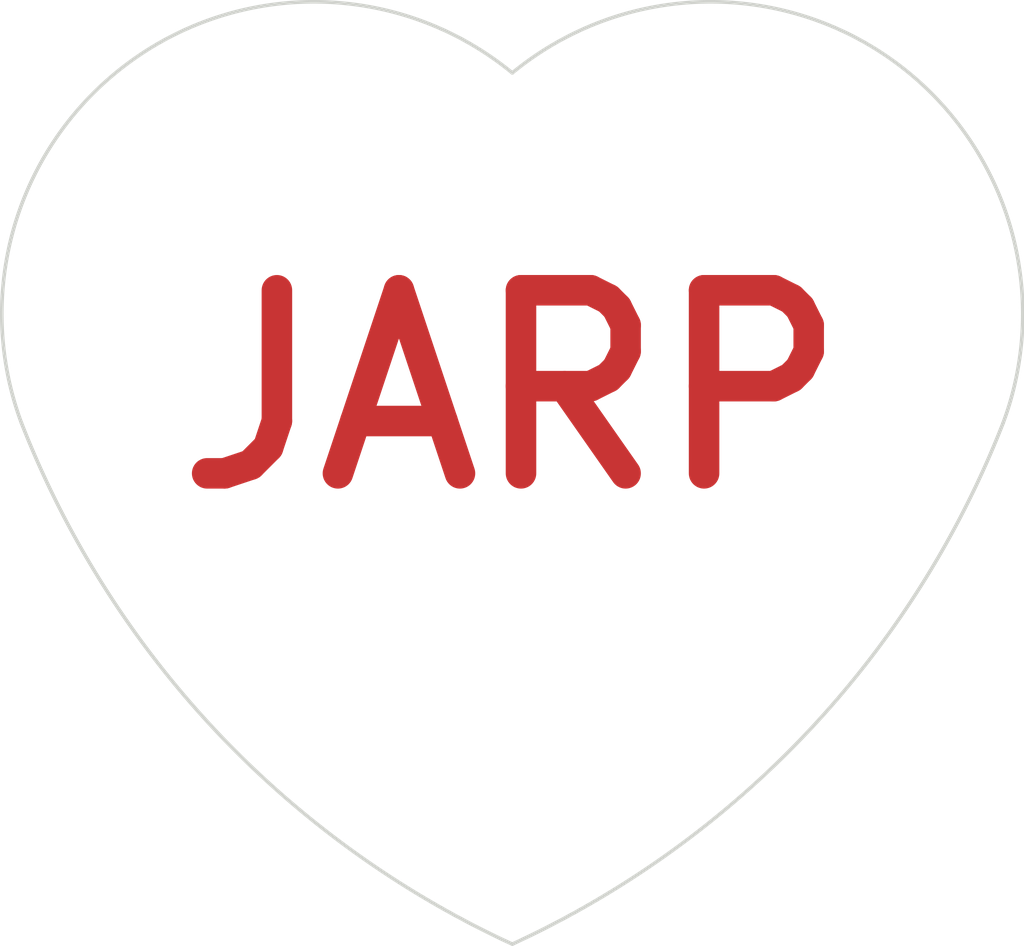
<source format=kicad_pcb>
(kicad_pcb (version 20171130) (host pcbnew "(5.1.5)-3")

  (general
    (thickness 1.6)
    (drawings 5)
    (tracks 0)
    (zones 0)
    (modules 0)
    (nets 1)
  )

  (page A4)
  (layers
    (0 F.Cu signal)
    (31 B.Cu signal)
    (32 B.Adhes user)
    (33 F.Adhes user)
    (34 B.Paste user)
    (35 F.Paste user)
    (36 B.SilkS user)
    (37 F.SilkS user)
    (38 B.Mask user)
    (39 F.Mask user)
    (40 Dwgs.User user)
    (41 Cmts.User user)
    (42 Eco1.User user)
    (43 Eco2.User user)
    (44 Edge.Cuts user)
    (45 Margin user)
    (46 B.CrtYd user)
    (47 F.CrtYd user)
    (48 B.Fab user)
    (49 F.Fab user)
  )

  (setup
    (last_trace_width 0.25)
    (trace_clearance 0.2)
    (zone_clearance 0.508)
    (zone_45_only no)
    (trace_min 0.2)
    (via_size 0.8)
    (via_drill 0.4)
    (via_min_size 0.4)
    (via_min_drill 0.3)
    (uvia_size 0.3)
    (uvia_drill 0.1)
    (uvias_allowed no)
    (uvia_min_size 0.2)
    (uvia_min_drill 0.1)
    (edge_width 0.05)
    (segment_width 0.2)
    (pcb_text_width 0.3)
    (pcb_text_size 1.5 1.5)
    (mod_edge_width 0.12)
    (mod_text_size 1 1)
    (mod_text_width 0.15)
    (pad_size 1.524 1.524)
    (pad_drill 0.762)
    (pad_to_mask_clearance 0.2)
    (aux_axis_origin 0 0)
    (grid_origin 202.184 62.484)
    (visible_elements 7FFFFFFF)
    (pcbplotparams
      (layerselection 0x01000_7fffffff)
      (usegerberextensions false)
      (usegerberattributes false)
      (usegerberadvancedattributes false)
      (creategerberjobfile false)
      (excludeedgelayer true)
      (linewidth 0.127000)
      (plotframeref false)
      (viasonmask false)
      (mode 1)
      (useauxorigin false)
      (hpglpennumber 1)
      (hpglpenspeed 20)
      (hpglpendiameter 15.000000)
      (psnegative false)
      (psa4output false)
      (plotreference true)
      (plotvalue true)
      (plotinvisibletext false)
      (padsonsilk false)
      (subtractmaskfromsilk false)
      (outputformat 1)
      (mirror false)
      (drillshape 0)
      (scaleselection 1)
      (outputdirectory "./"))
  )

  (net 0 "")

  (net_class Default "This is the default net class."
    (clearance 0.2)
    (trace_width 0.25)
    (via_dia 0.8)
    (via_drill 0.4)
    (uvia_dia 0.3)
    (uvia_drill 0.1)
  )

  (gr_arc (start 177.292 66.294) (end 140.227255 80.742069) (angle -43.98314235) (layer Edge.Cuts) (width 0.15) (tstamp 5E461F6A))
  (gr_arc (start 144.018 66.294) (end 181.082745 80.742069) (angle 43.98132865) (layer Edge.Cuts) (width 0.15) (tstamp 5E461EF2))
  (gr_arc (start 168.91 76.2) (end 160.655 66.167) (angle 149.9093018) (layer Edge.Cuts) (width 0.15) (tstamp 5E461EE0))
  (gr_arc (start 152.4 76.2) (end 160.655 66.167) (angle -149.9093018) (layer Edge.Cuts) (width 0.15) (tstamp 5E461AC8))
  (gr_text JARP (at 160.655 79.375) (layer F.Cu)
    (effects (font (size 7.62 7.62) (thickness 1.27)))
  )

)

</source>
